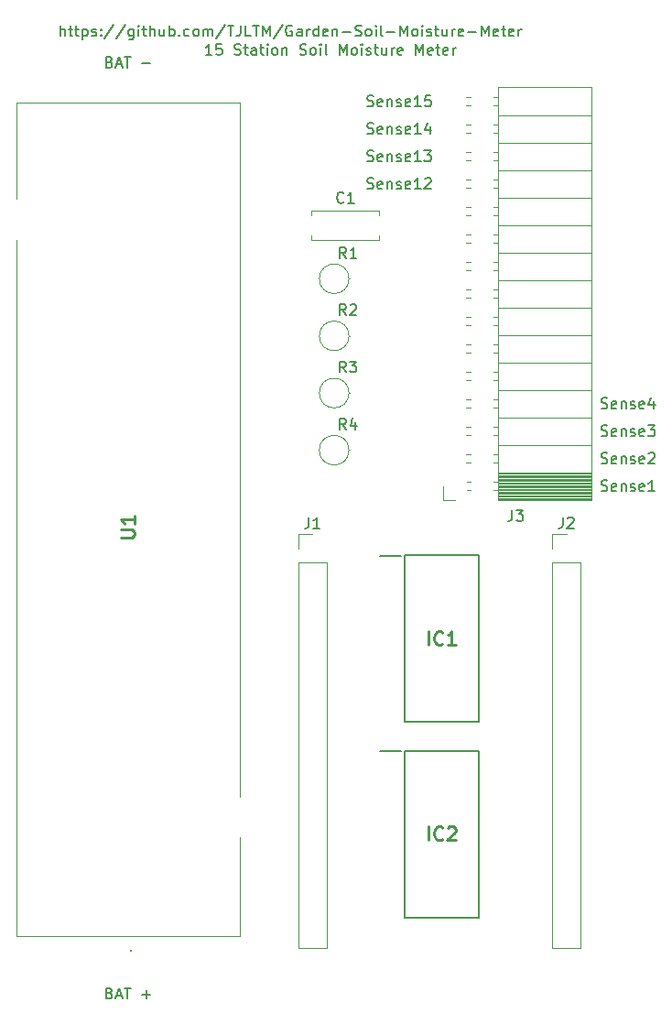
<source format=gbr>
%TF.GenerationSoftware,KiCad,Pcbnew,(6.0.0)*%
%TF.CreationDate,2022-04-22T12:33:35-07:00*%
%TF.ProjectId,Garden-Soil-MoistureSensor,47617264-656e-42d5-936f-696c2d4d6f69,rev?*%
%TF.SameCoordinates,Original*%
%TF.FileFunction,Legend,Top*%
%TF.FilePolarity,Positive*%
%FSLAX46Y46*%
G04 Gerber Fmt 4.6, Leading zero omitted, Abs format (unit mm)*
G04 Created by KiCad (PCBNEW (6.0.0)) date 2022-04-22 12:33:35*
%MOMM*%
%LPD*%
G01*
G04 APERTURE LIST*
%ADD10C,0.150000*%
%ADD11C,0.254000*%
%ADD12C,0.120000*%
%ADD13C,0.100000*%
%ADD14C,0.200000*%
G04 APERTURE END LIST*
D10*
X155797893Y-59270961D02*
X155940750Y-59318580D01*
X156178845Y-59318580D01*
X156274083Y-59270961D01*
X156321702Y-59223342D01*
X156369321Y-59128104D01*
X156369321Y-59032866D01*
X156321702Y-58937628D01*
X156274083Y-58890009D01*
X156178845Y-58842390D01*
X155988369Y-58794771D01*
X155893131Y-58747152D01*
X155845512Y-58699533D01*
X155797893Y-58604295D01*
X155797893Y-58509057D01*
X155845512Y-58413819D01*
X155893131Y-58366200D01*
X155988369Y-58318580D01*
X156226464Y-58318580D01*
X156369321Y-58366200D01*
X157178845Y-59270961D02*
X157083607Y-59318580D01*
X156893131Y-59318580D01*
X156797893Y-59270961D01*
X156750274Y-59175723D01*
X156750274Y-58794771D01*
X156797893Y-58699533D01*
X156893131Y-58651914D01*
X157083607Y-58651914D01*
X157178845Y-58699533D01*
X157226464Y-58794771D01*
X157226464Y-58890009D01*
X156750274Y-58985247D01*
X157655035Y-58651914D02*
X157655035Y-59318580D01*
X157655035Y-58747152D02*
X157702654Y-58699533D01*
X157797893Y-58651914D01*
X157940750Y-58651914D01*
X158035988Y-58699533D01*
X158083607Y-58794771D01*
X158083607Y-59318580D01*
X158512178Y-59270961D02*
X158607416Y-59318580D01*
X158797893Y-59318580D01*
X158893131Y-59270961D01*
X158940750Y-59175723D01*
X158940750Y-59128104D01*
X158893131Y-59032866D01*
X158797893Y-58985247D01*
X158655035Y-58985247D01*
X158559797Y-58937628D01*
X158512178Y-58842390D01*
X158512178Y-58794771D01*
X158559797Y-58699533D01*
X158655035Y-58651914D01*
X158797893Y-58651914D01*
X158893131Y-58699533D01*
X159750274Y-59270961D02*
X159655035Y-59318580D01*
X159464559Y-59318580D01*
X159369321Y-59270961D01*
X159321702Y-59175723D01*
X159321702Y-58794771D01*
X159369321Y-58699533D01*
X159464559Y-58651914D01*
X159655035Y-58651914D01*
X159750274Y-58699533D01*
X159797893Y-58794771D01*
X159797893Y-58890009D01*
X159321702Y-58985247D01*
X160750274Y-59318580D02*
X160178845Y-59318580D01*
X160464559Y-59318580D02*
X160464559Y-58318580D01*
X160369321Y-58461438D01*
X160274083Y-58556676D01*
X160178845Y-58604295D01*
X161083607Y-58318580D02*
X161702654Y-58318580D01*
X161369321Y-58699533D01*
X161512178Y-58699533D01*
X161607416Y-58747152D01*
X161655035Y-58794771D01*
X161702654Y-58890009D01*
X161702654Y-59128104D01*
X161655035Y-59223342D01*
X161607416Y-59270961D01*
X161512178Y-59318580D01*
X161226464Y-59318580D01*
X161131226Y-59270961D01*
X161083607Y-59223342D01*
X131958104Y-136214671D02*
X132100961Y-136262290D01*
X132148580Y-136309909D01*
X132196200Y-136405147D01*
X132196200Y-136548004D01*
X132148580Y-136643242D01*
X132100961Y-136690861D01*
X132005723Y-136738480D01*
X131624771Y-136738480D01*
X131624771Y-135738480D01*
X131958104Y-135738480D01*
X132053342Y-135786100D01*
X132100961Y-135833719D01*
X132148580Y-135928957D01*
X132148580Y-136024195D01*
X132100961Y-136119433D01*
X132053342Y-136167052D01*
X131958104Y-136214671D01*
X131624771Y-136214671D01*
X132577152Y-136452766D02*
X133053342Y-136452766D01*
X132481914Y-136738480D02*
X132815247Y-135738480D01*
X133148580Y-136738480D01*
X133339057Y-135738480D02*
X133910485Y-135738480D01*
X133624771Y-136738480D02*
X133624771Y-135738480D01*
X135005723Y-136357528D02*
X135767628Y-136357528D01*
X135386676Y-136738480D02*
X135386676Y-135976576D01*
X155797893Y-54190961D02*
X155940750Y-54238580D01*
X156178845Y-54238580D01*
X156274083Y-54190961D01*
X156321702Y-54143342D01*
X156369321Y-54048104D01*
X156369321Y-53952866D01*
X156321702Y-53857628D01*
X156274083Y-53810009D01*
X156178845Y-53762390D01*
X155988369Y-53714771D01*
X155893131Y-53667152D01*
X155845512Y-53619533D01*
X155797893Y-53524295D01*
X155797893Y-53429057D01*
X155845512Y-53333819D01*
X155893131Y-53286200D01*
X155988369Y-53238580D01*
X156226464Y-53238580D01*
X156369321Y-53286200D01*
X157178845Y-54190961D02*
X157083607Y-54238580D01*
X156893131Y-54238580D01*
X156797893Y-54190961D01*
X156750274Y-54095723D01*
X156750274Y-53714771D01*
X156797893Y-53619533D01*
X156893131Y-53571914D01*
X157083607Y-53571914D01*
X157178845Y-53619533D01*
X157226464Y-53714771D01*
X157226464Y-53810009D01*
X156750274Y-53905247D01*
X157655035Y-53571914D02*
X157655035Y-54238580D01*
X157655035Y-53667152D02*
X157702654Y-53619533D01*
X157797893Y-53571914D01*
X157940750Y-53571914D01*
X158035988Y-53619533D01*
X158083607Y-53714771D01*
X158083607Y-54238580D01*
X158512178Y-54190961D02*
X158607416Y-54238580D01*
X158797893Y-54238580D01*
X158893131Y-54190961D01*
X158940750Y-54095723D01*
X158940750Y-54048104D01*
X158893131Y-53952866D01*
X158797893Y-53905247D01*
X158655035Y-53905247D01*
X158559797Y-53857628D01*
X158512178Y-53762390D01*
X158512178Y-53714771D01*
X158559797Y-53619533D01*
X158655035Y-53571914D01*
X158797893Y-53571914D01*
X158893131Y-53619533D01*
X159750274Y-54190961D02*
X159655035Y-54238580D01*
X159464559Y-54238580D01*
X159369321Y-54190961D01*
X159321702Y-54095723D01*
X159321702Y-53714771D01*
X159369321Y-53619533D01*
X159464559Y-53571914D01*
X159655035Y-53571914D01*
X159750274Y-53619533D01*
X159797893Y-53714771D01*
X159797893Y-53810009D01*
X159321702Y-53905247D01*
X160750274Y-54238580D02*
X160178845Y-54238580D01*
X160464559Y-54238580D02*
X160464559Y-53238580D01*
X160369321Y-53381438D01*
X160274083Y-53476676D01*
X160178845Y-53524295D01*
X161655035Y-53238580D02*
X161178845Y-53238580D01*
X161131226Y-53714771D01*
X161178845Y-53667152D01*
X161274083Y-53619533D01*
X161512178Y-53619533D01*
X161607416Y-53667152D01*
X161655035Y-53714771D01*
X161702654Y-53810009D01*
X161702654Y-54048104D01*
X161655035Y-54143342D01*
X161607416Y-54190961D01*
X161512178Y-54238580D01*
X161274083Y-54238580D01*
X161178845Y-54190961D01*
X161131226Y-54143342D01*
X131958104Y-50128493D02*
X132100961Y-50176112D01*
X132148580Y-50223731D01*
X132196200Y-50318969D01*
X132196200Y-50461826D01*
X132148580Y-50557064D01*
X132100961Y-50604683D01*
X132005723Y-50652302D01*
X131624771Y-50652302D01*
X131624771Y-49652302D01*
X131958104Y-49652302D01*
X132053342Y-49699922D01*
X132100961Y-49747541D01*
X132148580Y-49842779D01*
X132148580Y-49938017D01*
X132100961Y-50033255D01*
X132053342Y-50080874D01*
X131958104Y-50128493D01*
X131624771Y-50128493D01*
X132577152Y-50366588D02*
X133053342Y-50366588D01*
X132481914Y-50652302D02*
X132815247Y-49652302D01*
X133148580Y-50652302D01*
X133339057Y-49652302D02*
X133910485Y-49652302D01*
X133624771Y-50652302D02*
X133624771Y-49652302D01*
X135005723Y-50271350D02*
X135767628Y-50271350D01*
X127414924Y-47746020D02*
X127414924Y-46746020D01*
X127843495Y-47746020D02*
X127843495Y-47222211D01*
X127795876Y-47126973D01*
X127700638Y-47079354D01*
X127557781Y-47079354D01*
X127462543Y-47126973D01*
X127414924Y-47174592D01*
X128176829Y-47079354D02*
X128557781Y-47079354D01*
X128319686Y-46746020D02*
X128319686Y-47603163D01*
X128367305Y-47698401D01*
X128462543Y-47746020D01*
X128557781Y-47746020D01*
X128748257Y-47079354D02*
X129129209Y-47079354D01*
X128891114Y-46746020D02*
X128891114Y-47603163D01*
X128938733Y-47698401D01*
X129033971Y-47746020D01*
X129129209Y-47746020D01*
X129462543Y-47079354D02*
X129462543Y-48079354D01*
X129462543Y-47126973D02*
X129557781Y-47079354D01*
X129748257Y-47079354D01*
X129843495Y-47126973D01*
X129891114Y-47174592D01*
X129938733Y-47269830D01*
X129938733Y-47555544D01*
X129891114Y-47650782D01*
X129843495Y-47698401D01*
X129748257Y-47746020D01*
X129557781Y-47746020D01*
X129462543Y-47698401D01*
X130319686Y-47698401D02*
X130414924Y-47746020D01*
X130605400Y-47746020D01*
X130700638Y-47698401D01*
X130748257Y-47603163D01*
X130748257Y-47555544D01*
X130700638Y-47460306D01*
X130605400Y-47412687D01*
X130462543Y-47412687D01*
X130367305Y-47365068D01*
X130319686Y-47269830D01*
X130319686Y-47222211D01*
X130367305Y-47126973D01*
X130462543Y-47079354D01*
X130605400Y-47079354D01*
X130700638Y-47126973D01*
X131176829Y-47650782D02*
X131224448Y-47698401D01*
X131176829Y-47746020D01*
X131129209Y-47698401D01*
X131176829Y-47650782D01*
X131176829Y-47746020D01*
X131176829Y-47126973D02*
X131224448Y-47174592D01*
X131176829Y-47222211D01*
X131129209Y-47174592D01*
X131176829Y-47126973D01*
X131176829Y-47222211D01*
X132367305Y-46698401D02*
X131510162Y-47984116D01*
X133414924Y-46698401D02*
X132557781Y-47984116D01*
X134176829Y-47079354D02*
X134176829Y-47888878D01*
X134129209Y-47984116D01*
X134081590Y-48031735D01*
X133986352Y-48079354D01*
X133843495Y-48079354D01*
X133748257Y-48031735D01*
X134176829Y-47698401D02*
X134081590Y-47746020D01*
X133891114Y-47746020D01*
X133795876Y-47698401D01*
X133748257Y-47650782D01*
X133700638Y-47555544D01*
X133700638Y-47269830D01*
X133748257Y-47174592D01*
X133795876Y-47126973D01*
X133891114Y-47079354D01*
X134081590Y-47079354D01*
X134176829Y-47126973D01*
X134653019Y-47746020D02*
X134653019Y-47079354D01*
X134653019Y-46746020D02*
X134605400Y-46793640D01*
X134653019Y-46841259D01*
X134700638Y-46793640D01*
X134653019Y-46746020D01*
X134653019Y-46841259D01*
X134986352Y-47079354D02*
X135367305Y-47079354D01*
X135129209Y-46746020D02*
X135129209Y-47603163D01*
X135176829Y-47698401D01*
X135272067Y-47746020D01*
X135367305Y-47746020D01*
X135700638Y-47746020D02*
X135700638Y-46746020D01*
X136129209Y-47746020D02*
X136129209Y-47222211D01*
X136081590Y-47126973D01*
X135986352Y-47079354D01*
X135843495Y-47079354D01*
X135748257Y-47126973D01*
X135700638Y-47174592D01*
X137033971Y-47079354D02*
X137033971Y-47746020D01*
X136605400Y-47079354D02*
X136605400Y-47603163D01*
X136653019Y-47698401D01*
X136748257Y-47746020D01*
X136891114Y-47746020D01*
X136986352Y-47698401D01*
X137033971Y-47650782D01*
X137510162Y-47746020D02*
X137510162Y-46746020D01*
X137510162Y-47126973D02*
X137605400Y-47079354D01*
X137795876Y-47079354D01*
X137891114Y-47126973D01*
X137938733Y-47174592D01*
X137986352Y-47269830D01*
X137986352Y-47555544D01*
X137938733Y-47650782D01*
X137891114Y-47698401D01*
X137795876Y-47746020D01*
X137605400Y-47746020D01*
X137510162Y-47698401D01*
X138414924Y-47650782D02*
X138462543Y-47698401D01*
X138414924Y-47746020D01*
X138367305Y-47698401D01*
X138414924Y-47650782D01*
X138414924Y-47746020D01*
X139319686Y-47698401D02*
X139224448Y-47746020D01*
X139033971Y-47746020D01*
X138938733Y-47698401D01*
X138891114Y-47650782D01*
X138843495Y-47555544D01*
X138843495Y-47269830D01*
X138891114Y-47174592D01*
X138938733Y-47126973D01*
X139033971Y-47079354D01*
X139224448Y-47079354D01*
X139319686Y-47126973D01*
X139891114Y-47746020D02*
X139795876Y-47698401D01*
X139748257Y-47650782D01*
X139700638Y-47555544D01*
X139700638Y-47269830D01*
X139748257Y-47174592D01*
X139795876Y-47126973D01*
X139891114Y-47079354D01*
X140033971Y-47079354D01*
X140129209Y-47126973D01*
X140176829Y-47174592D01*
X140224448Y-47269830D01*
X140224448Y-47555544D01*
X140176829Y-47650782D01*
X140129209Y-47698401D01*
X140033971Y-47746020D01*
X139891114Y-47746020D01*
X140653019Y-47746020D02*
X140653019Y-47079354D01*
X140653019Y-47174592D02*
X140700638Y-47126973D01*
X140795876Y-47079354D01*
X140938733Y-47079354D01*
X141033971Y-47126973D01*
X141081590Y-47222211D01*
X141081590Y-47746020D01*
X141081590Y-47222211D02*
X141129209Y-47126973D01*
X141224448Y-47079354D01*
X141367305Y-47079354D01*
X141462543Y-47126973D01*
X141510162Y-47222211D01*
X141510162Y-47746020D01*
X142700638Y-46698401D02*
X141843495Y-47984116D01*
X142891114Y-46746020D02*
X143462543Y-46746020D01*
X143176829Y-47746020D02*
X143176829Y-46746020D01*
X144081590Y-46746020D02*
X144081590Y-47460306D01*
X144033971Y-47603163D01*
X143938733Y-47698401D01*
X143795876Y-47746020D01*
X143700638Y-47746020D01*
X145033971Y-47746020D02*
X144557781Y-47746020D01*
X144557781Y-46746020D01*
X145224448Y-46746020D02*
X145795876Y-46746020D01*
X145510162Y-47746020D02*
X145510162Y-46746020D01*
X146129209Y-47746020D02*
X146129209Y-46746020D01*
X146462543Y-47460306D01*
X146795876Y-46746020D01*
X146795876Y-47746020D01*
X147986352Y-46698401D02*
X147129209Y-47984116D01*
X148843495Y-46793640D02*
X148748257Y-46746020D01*
X148605400Y-46746020D01*
X148462543Y-46793640D01*
X148367305Y-46888878D01*
X148319686Y-46984116D01*
X148272067Y-47174592D01*
X148272067Y-47317449D01*
X148319686Y-47507925D01*
X148367305Y-47603163D01*
X148462543Y-47698401D01*
X148605400Y-47746020D01*
X148700638Y-47746020D01*
X148843495Y-47698401D01*
X148891114Y-47650782D01*
X148891114Y-47317449D01*
X148700638Y-47317449D01*
X149748257Y-47746020D02*
X149748257Y-47222211D01*
X149700638Y-47126973D01*
X149605400Y-47079354D01*
X149414924Y-47079354D01*
X149319686Y-47126973D01*
X149748257Y-47698401D02*
X149653019Y-47746020D01*
X149414924Y-47746020D01*
X149319686Y-47698401D01*
X149272067Y-47603163D01*
X149272067Y-47507925D01*
X149319686Y-47412687D01*
X149414924Y-47365068D01*
X149653019Y-47365068D01*
X149748257Y-47317449D01*
X150224448Y-47746020D02*
X150224448Y-47079354D01*
X150224448Y-47269830D02*
X150272067Y-47174592D01*
X150319686Y-47126973D01*
X150414924Y-47079354D01*
X150510162Y-47079354D01*
X151272067Y-47746020D02*
X151272067Y-46746020D01*
X151272067Y-47698401D02*
X151176829Y-47746020D01*
X150986352Y-47746020D01*
X150891114Y-47698401D01*
X150843495Y-47650782D01*
X150795876Y-47555544D01*
X150795876Y-47269830D01*
X150843495Y-47174592D01*
X150891114Y-47126973D01*
X150986352Y-47079354D01*
X151176829Y-47079354D01*
X151272067Y-47126973D01*
X152129209Y-47698401D02*
X152033971Y-47746020D01*
X151843495Y-47746020D01*
X151748257Y-47698401D01*
X151700638Y-47603163D01*
X151700638Y-47222211D01*
X151748257Y-47126973D01*
X151843495Y-47079354D01*
X152033971Y-47079354D01*
X152129209Y-47126973D01*
X152176829Y-47222211D01*
X152176829Y-47317449D01*
X151700638Y-47412687D01*
X152605400Y-47079354D02*
X152605400Y-47746020D01*
X152605400Y-47174592D02*
X152653019Y-47126973D01*
X152748257Y-47079354D01*
X152891114Y-47079354D01*
X152986352Y-47126973D01*
X153033971Y-47222211D01*
X153033971Y-47746020D01*
X153510162Y-47365068D02*
X154272067Y-47365068D01*
X154700638Y-47698401D02*
X154843495Y-47746020D01*
X155081590Y-47746020D01*
X155176829Y-47698401D01*
X155224448Y-47650782D01*
X155272067Y-47555544D01*
X155272067Y-47460306D01*
X155224448Y-47365068D01*
X155176829Y-47317449D01*
X155081590Y-47269830D01*
X154891114Y-47222211D01*
X154795876Y-47174592D01*
X154748257Y-47126973D01*
X154700638Y-47031735D01*
X154700638Y-46936497D01*
X154748257Y-46841259D01*
X154795876Y-46793640D01*
X154891114Y-46746020D01*
X155129209Y-46746020D01*
X155272067Y-46793640D01*
X155843495Y-47746020D02*
X155748257Y-47698401D01*
X155700638Y-47650782D01*
X155653019Y-47555544D01*
X155653019Y-47269830D01*
X155700638Y-47174592D01*
X155748257Y-47126973D01*
X155843495Y-47079354D01*
X155986352Y-47079354D01*
X156081590Y-47126973D01*
X156129209Y-47174592D01*
X156176829Y-47269830D01*
X156176829Y-47555544D01*
X156129209Y-47650782D01*
X156081590Y-47698401D01*
X155986352Y-47746020D01*
X155843495Y-47746020D01*
X156605400Y-47746020D02*
X156605400Y-47079354D01*
X156605400Y-46746020D02*
X156557781Y-46793640D01*
X156605400Y-46841259D01*
X156653019Y-46793640D01*
X156605400Y-46746020D01*
X156605400Y-46841259D01*
X157224448Y-47746020D02*
X157129209Y-47698401D01*
X157081590Y-47603163D01*
X157081590Y-46746020D01*
X157605400Y-47365068D02*
X158367305Y-47365068D01*
X158843495Y-47746020D02*
X158843495Y-46746020D01*
X159176829Y-47460306D01*
X159510162Y-46746020D01*
X159510162Y-47746020D01*
X160129209Y-47746020D02*
X160033971Y-47698401D01*
X159986352Y-47650782D01*
X159938733Y-47555544D01*
X159938733Y-47269830D01*
X159986352Y-47174592D01*
X160033971Y-47126973D01*
X160129209Y-47079354D01*
X160272067Y-47079354D01*
X160367305Y-47126973D01*
X160414924Y-47174592D01*
X160462543Y-47269830D01*
X160462543Y-47555544D01*
X160414924Y-47650782D01*
X160367305Y-47698401D01*
X160272067Y-47746020D01*
X160129209Y-47746020D01*
X160891114Y-47746020D02*
X160891114Y-47079354D01*
X160891114Y-46746020D02*
X160843495Y-46793640D01*
X160891114Y-46841259D01*
X160938733Y-46793640D01*
X160891114Y-46746020D01*
X160891114Y-46841259D01*
X161319686Y-47698401D02*
X161414924Y-47746020D01*
X161605400Y-47746020D01*
X161700638Y-47698401D01*
X161748257Y-47603163D01*
X161748257Y-47555544D01*
X161700638Y-47460306D01*
X161605400Y-47412687D01*
X161462543Y-47412687D01*
X161367305Y-47365068D01*
X161319686Y-47269830D01*
X161319686Y-47222211D01*
X161367305Y-47126973D01*
X161462543Y-47079354D01*
X161605400Y-47079354D01*
X161700638Y-47126973D01*
X162033971Y-47079354D02*
X162414924Y-47079354D01*
X162176829Y-46746020D02*
X162176829Y-47603163D01*
X162224448Y-47698401D01*
X162319686Y-47746020D01*
X162414924Y-47746020D01*
X163176829Y-47079354D02*
X163176829Y-47746020D01*
X162748257Y-47079354D02*
X162748257Y-47603163D01*
X162795876Y-47698401D01*
X162891114Y-47746020D01*
X163033971Y-47746020D01*
X163129209Y-47698401D01*
X163176829Y-47650782D01*
X163653019Y-47746020D02*
X163653019Y-47079354D01*
X163653019Y-47269830D02*
X163700638Y-47174592D01*
X163748257Y-47126973D01*
X163843495Y-47079354D01*
X163938733Y-47079354D01*
X164653019Y-47698401D02*
X164557781Y-47746020D01*
X164367305Y-47746020D01*
X164272067Y-47698401D01*
X164224448Y-47603163D01*
X164224448Y-47222211D01*
X164272067Y-47126973D01*
X164367305Y-47079354D01*
X164557781Y-47079354D01*
X164653019Y-47126973D01*
X164700638Y-47222211D01*
X164700638Y-47317449D01*
X164224448Y-47412687D01*
X165129209Y-47365068D02*
X165891114Y-47365068D01*
X166367305Y-47746020D02*
X166367305Y-46746020D01*
X166700638Y-47460306D01*
X167033971Y-46746020D01*
X167033971Y-47746020D01*
X167891114Y-47698401D02*
X167795876Y-47746020D01*
X167605400Y-47746020D01*
X167510162Y-47698401D01*
X167462543Y-47603163D01*
X167462543Y-47222211D01*
X167510162Y-47126973D01*
X167605400Y-47079354D01*
X167795876Y-47079354D01*
X167891114Y-47126973D01*
X167938733Y-47222211D01*
X167938733Y-47317449D01*
X167462543Y-47412687D01*
X168224448Y-47079354D02*
X168605400Y-47079354D01*
X168367305Y-46746020D02*
X168367305Y-47603163D01*
X168414924Y-47698401D01*
X168510162Y-47746020D01*
X168605400Y-47746020D01*
X169319686Y-47698401D02*
X169224448Y-47746020D01*
X169033971Y-47746020D01*
X168938733Y-47698401D01*
X168891114Y-47603163D01*
X168891114Y-47222211D01*
X168938733Y-47126973D01*
X169033971Y-47079354D01*
X169224448Y-47079354D01*
X169319686Y-47126973D01*
X169367305Y-47222211D01*
X169367305Y-47317449D01*
X168891114Y-47412687D01*
X169795876Y-47746020D02*
X169795876Y-47079354D01*
X169795876Y-47269830D02*
X169843495Y-47174592D01*
X169891114Y-47126973D01*
X169986352Y-47079354D01*
X170081590Y-47079354D01*
X177432376Y-82130961D02*
X177575233Y-82178580D01*
X177813328Y-82178580D01*
X177908567Y-82130961D01*
X177956186Y-82083342D01*
X178003805Y-81988104D01*
X178003805Y-81892866D01*
X177956186Y-81797628D01*
X177908567Y-81750009D01*
X177813328Y-81702390D01*
X177622852Y-81654771D01*
X177527614Y-81607152D01*
X177479995Y-81559533D01*
X177432376Y-81464295D01*
X177432376Y-81369057D01*
X177479995Y-81273819D01*
X177527614Y-81226200D01*
X177622852Y-81178580D01*
X177860947Y-81178580D01*
X178003805Y-81226200D01*
X178813328Y-82130961D02*
X178718090Y-82178580D01*
X178527614Y-82178580D01*
X178432376Y-82130961D01*
X178384757Y-82035723D01*
X178384757Y-81654771D01*
X178432376Y-81559533D01*
X178527614Y-81511914D01*
X178718090Y-81511914D01*
X178813328Y-81559533D01*
X178860947Y-81654771D01*
X178860947Y-81750009D01*
X178384757Y-81845247D01*
X179289519Y-81511914D02*
X179289519Y-82178580D01*
X179289519Y-81607152D02*
X179337138Y-81559533D01*
X179432376Y-81511914D01*
X179575233Y-81511914D01*
X179670471Y-81559533D01*
X179718090Y-81654771D01*
X179718090Y-82178580D01*
X180146662Y-82130961D02*
X180241900Y-82178580D01*
X180432376Y-82178580D01*
X180527614Y-82130961D01*
X180575233Y-82035723D01*
X180575233Y-81988104D01*
X180527614Y-81892866D01*
X180432376Y-81845247D01*
X180289519Y-81845247D01*
X180194281Y-81797628D01*
X180146662Y-81702390D01*
X180146662Y-81654771D01*
X180194281Y-81559533D01*
X180289519Y-81511914D01*
X180432376Y-81511914D01*
X180527614Y-81559533D01*
X181384757Y-82130961D02*
X181289519Y-82178580D01*
X181099043Y-82178580D01*
X181003805Y-82130961D01*
X180956186Y-82035723D01*
X180956186Y-81654771D01*
X181003805Y-81559533D01*
X181099043Y-81511914D01*
X181289519Y-81511914D01*
X181384757Y-81559533D01*
X181432376Y-81654771D01*
X181432376Y-81750009D01*
X180956186Y-81845247D01*
X182289519Y-81511914D02*
X182289519Y-82178580D01*
X182051424Y-81130961D02*
X181813328Y-81845247D01*
X182432376Y-81845247D01*
X141427341Y-49488558D02*
X140855912Y-49488558D01*
X141141626Y-49488558D02*
X141141626Y-48488558D01*
X141046388Y-48631416D01*
X140951150Y-48726654D01*
X140855912Y-48774273D01*
X142332102Y-48488558D02*
X141855912Y-48488558D01*
X141808293Y-48964749D01*
X141855912Y-48917130D01*
X141951150Y-48869511D01*
X142189245Y-48869511D01*
X142284483Y-48917130D01*
X142332102Y-48964749D01*
X142379721Y-49059987D01*
X142379721Y-49298082D01*
X142332102Y-49393320D01*
X142284483Y-49440939D01*
X142189245Y-49488558D01*
X141951150Y-49488558D01*
X141855912Y-49440939D01*
X141808293Y-49393320D01*
X143522579Y-49440939D02*
X143665436Y-49488558D01*
X143903531Y-49488558D01*
X143998769Y-49440939D01*
X144046388Y-49393320D01*
X144094007Y-49298082D01*
X144094007Y-49202844D01*
X144046388Y-49107606D01*
X143998769Y-49059987D01*
X143903531Y-49012368D01*
X143713055Y-48964749D01*
X143617817Y-48917130D01*
X143570198Y-48869511D01*
X143522579Y-48774273D01*
X143522579Y-48679035D01*
X143570198Y-48583797D01*
X143617817Y-48536178D01*
X143713055Y-48488558D01*
X143951150Y-48488558D01*
X144094007Y-48536178D01*
X144379721Y-48821892D02*
X144760674Y-48821892D01*
X144522579Y-48488558D02*
X144522579Y-49345701D01*
X144570198Y-49440939D01*
X144665436Y-49488558D01*
X144760674Y-49488558D01*
X145522579Y-49488558D02*
X145522579Y-48964749D01*
X145474960Y-48869511D01*
X145379721Y-48821892D01*
X145189245Y-48821892D01*
X145094007Y-48869511D01*
X145522579Y-49440939D02*
X145427341Y-49488558D01*
X145189245Y-49488558D01*
X145094007Y-49440939D01*
X145046388Y-49345701D01*
X145046388Y-49250463D01*
X145094007Y-49155225D01*
X145189245Y-49107606D01*
X145427341Y-49107606D01*
X145522579Y-49059987D01*
X145855912Y-48821892D02*
X146236864Y-48821892D01*
X145998769Y-48488558D02*
X145998769Y-49345701D01*
X146046388Y-49440939D01*
X146141626Y-49488558D01*
X146236864Y-49488558D01*
X146570198Y-49488558D02*
X146570198Y-48821892D01*
X146570198Y-48488558D02*
X146522579Y-48536178D01*
X146570198Y-48583797D01*
X146617817Y-48536178D01*
X146570198Y-48488558D01*
X146570198Y-48583797D01*
X147189245Y-49488558D02*
X147094007Y-49440939D01*
X147046388Y-49393320D01*
X146998769Y-49298082D01*
X146998769Y-49012368D01*
X147046388Y-48917130D01*
X147094007Y-48869511D01*
X147189245Y-48821892D01*
X147332102Y-48821892D01*
X147427341Y-48869511D01*
X147474960Y-48917130D01*
X147522579Y-49012368D01*
X147522579Y-49298082D01*
X147474960Y-49393320D01*
X147427341Y-49440939D01*
X147332102Y-49488558D01*
X147189245Y-49488558D01*
X147951150Y-48821892D02*
X147951150Y-49488558D01*
X147951150Y-48917130D02*
X147998769Y-48869511D01*
X148094007Y-48821892D01*
X148236864Y-48821892D01*
X148332102Y-48869511D01*
X148379721Y-48964749D01*
X148379721Y-49488558D01*
X149570198Y-49440939D02*
X149713055Y-49488558D01*
X149951150Y-49488558D01*
X150046388Y-49440939D01*
X150094007Y-49393320D01*
X150141626Y-49298082D01*
X150141626Y-49202844D01*
X150094007Y-49107606D01*
X150046388Y-49059987D01*
X149951150Y-49012368D01*
X149760674Y-48964749D01*
X149665436Y-48917130D01*
X149617817Y-48869511D01*
X149570198Y-48774273D01*
X149570198Y-48679035D01*
X149617817Y-48583797D01*
X149665436Y-48536178D01*
X149760674Y-48488558D01*
X149998769Y-48488558D01*
X150141626Y-48536178D01*
X150713055Y-49488558D02*
X150617817Y-49440939D01*
X150570198Y-49393320D01*
X150522579Y-49298082D01*
X150522579Y-49012368D01*
X150570198Y-48917130D01*
X150617817Y-48869511D01*
X150713055Y-48821892D01*
X150855912Y-48821892D01*
X150951150Y-48869511D01*
X150998769Y-48917130D01*
X151046388Y-49012368D01*
X151046388Y-49298082D01*
X150998769Y-49393320D01*
X150951150Y-49440939D01*
X150855912Y-49488558D01*
X150713055Y-49488558D01*
X151474960Y-49488558D02*
X151474960Y-48821892D01*
X151474960Y-48488558D02*
X151427341Y-48536178D01*
X151474960Y-48583797D01*
X151522579Y-48536178D01*
X151474960Y-48488558D01*
X151474960Y-48583797D01*
X152094007Y-49488558D02*
X151998769Y-49440939D01*
X151951150Y-49345701D01*
X151951150Y-48488558D01*
X153236864Y-49488558D02*
X153236864Y-48488558D01*
X153570198Y-49202844D01*
X153903531Y-48488558D01*
X153903531Y-49488558D01*
X154522579Y-49488558D02*
X154427341Y-49440939D01*
X154379721Y-49393320D01*
X154332102Y-49298082D01*
X154332102Y-49012368D01*
X154379721Y-48917130D01*
X154427341Y-48869511D01*
X154522579Y-48821892D01*
X154665436Y-48821892D01*
X154760674Y-48869511D01*
X154808293Y-48917130D01*
X154855912Y-49012368D01*
X154855912Y-49298082D01*
X154808293Y-49393320D01*
X154760674Y-49440939D01*
X154665436Y-49488558D01*
X154522579Y-49488558D01*
X155284483Y-49488558D02*
X155284483Y-48821892D01*
X155284483Y-48488558D02*
X155236864Y-48536178D01*
X155284483Y-48583797D01*
X155332102Y-48536178D01*
X155284483Y-48488558D01*
X155284483Y-48583797D01*
X155713055Y-49440939D02*
X155808293Y-49488558D01*
X155998769Y-49488558D01*
X156094007Y-49440939D01*
X156141626Y-49345701D01*
X156141626Y-49298082D01*
X156094007Y-49202844D01*
X155998769Y-49155225D01*
X155855912Y-49155225D01*
X155760674Y-49107606D01*
X155713055Y-49012368D01*
X155713055Y-48964749D01*
X155760674Y-48869511D01*
X155855912Y-48821892D01*
X155998769Y-48821892D01*
X156094007Y-48869511D01*
X156427341Y-48821892D02*
X156808293Y-48821892D01*
X156570198Y-48488558D02*
X156570198Y-49345701D01*
X156617817Y-49440939D01*
X156713055Y-49488558D01*
X156808293Y-49488558D01*
X157570198Y-48821892D02*
X157570198Y-49488558D01*
X157141626Y-48821892D02*
X157141626Y-49345701D01*
X157189245Y-49440939D01*
X157284483Y-49488558D01*
X157427341Y-49488558D01*
X157522579Y-49440939D01*
X157570198Y-49393320D01*
X158046388Y-49488558D02*
X158046388Y-48821892D01*
X158046388Y-49012368D02*
X158094007Y-48917130D01*
X158141626Y-48869511D01*
X158236864Y-48821892D01*
X158332102Y-48821892D01*
X159046388Y-49440939D02*
X158951150Y-49488558D01*
X158760674Y-49488558D01*
X158665436Y-49440939D01*
X158617817Y-49345701D01*
X158617817Y-48964749D01*
X158665436Y-48869511D01*
X158760674Y-48821892D01*
X158951150Y-48821892D01*
X159046388Y-48869511D01*
X159094007Y-48964749D01*
X159094007Y-49059987D01*
X158617817Y-49155225D01*
X160284483Y-49488558D02*
X160284483Y-48488558D01*
X160617817Y-49202844D01*
X160951150Y-48488558D01*
X160951150Y-49488558D01*
X161808293Y-49440939D02*
X161713055Y-49488558D01*
X161522579Y-49488558D01*
X161427341Y-49440939D01*
X161379721Y-49345701D01*
X161379721Y-48964749D01*
X161427341Y-48869511D01*
X161522579Y-48821892D01*
X161713055Y-48821892D01*
X161808293Y-48869511D01*
X161855912Y-48964749D01*
X161855912Y-49059987D01*
X161379721Y-49155225D01*
X162141626Y-48821892D02*
X162522579Y-48821892D01*
X162284483Y-48488558D02*
X162284483Y-49345701D01*
X162332102Y-49440939D01*
X162427341Y-49488558D01*
X162522579Y-49488558D01*
X163236864Y-49440939D02*
X163141626Y-49488558D01*
X162951150Y-49488558D01*
X162855912Y-49440939D01*
X162808293Y-49345701D01*
X162808293Y-48964749D01*
X162855912Y-48869511D01*
X162951150Y-48821892D01*
X163141626Y-48821892D01*
X163236864Y-48869511D01*
X163284483Y-48964749D01*
X163284483Y-49059987D01*
X162808293Y-49155225D01*
X163713055Y-49488558D02*
X163713055Y-48821892D01*
X163713055Y-49012368D02*
X163760674Y-48917130D01*
X163808293Y-48869511D01*
X163903531Y-48821892D01*
X163998769Y-48821892D01*
X155797893Y-56730961D02*
X155940750Y-56778580D01*
X156178845Y-56778580D01*
X156274083Y-56730961D01*
X156321702Y-56683342D01*
X156369321Y-56588104D01*
X156369321Y-56492866D01*
X156321702Y-56397628D01*
X156274083Y-56350009D01*
X156178845Y-56302390D01*
X155988369Y-56254771D01*
X155893131Y-56207152D01*
X155845512Y-56159533D01*
X155797893Y-56064295D01*
X155797893Y-55969057D01*
X155845512Y-55873819D01*
X155893131Y-55826200D01*
X155988369Y-55778580D01*
X156226464Y-55778580D01*
X156369321Y-55826200D01*
X157178845Y-56730961D02*
X157083607Y-56778580D01*
X156893131Y-56778580D01*
X156797893Y-56730961D01*
X156750274Y-56635723D01*
X156750274Y-56254771D01*
X156797893Y-56159533D01*
X156893131Y-56111914D01*
X157083607Y-56111914D01*
X157178845Y-56159533D01*
X157226464Y-56254771D01*
X157226464Y-56350009D01*
X156750274Y-56445247D01*
X157655035Y-56111914D02*
X157655035Y-56778580D01*
X157655035Y-56207152D02*
X157702654Y-56159533D01*
X157797893Y-56111914D01*
X157940750Y-56111914D01*
X158035988Y-56159533D01*
X158083607Y-56254771D01*
X158083607Y-56778580D01*
X158512178Y-56730961D02*
X158607416Y-56778580D01*
X158797893Y-56778580D01*
X158893131Y-56730961D01*
X158940750Y-56635723D01*
X158940750Y-56588104D01*
X158893131Y-56492866D01*
X158797893Y-56445247D01*
X158655035Y-56445247D01*
X158559797Y-56397628D01*
X158512178Y-56302390D01*
X158512178Y-56254771D01*
X158559797Y-56159533D01*
X158655035Y-56111914D01*
X158797893Y-56111914D01*
X158893131Y-56159533D01*
X159750274Y-56730961D02*
X159655035Y-56778580D01*
X159464559Y-56778580D01*
X159369321Y-56730961D01*
X159321702Y-56635723D01*
X159321702Y-56254771D01*
X159369321Y-56159533D01*
X159464559Y-56111914D01*
X159655035Y-56111914D01*
X159750274Y-56159533D01*
X159797893Y-56254771D01*
X159797893Y-56350009D01*
X159321702Y-56445247D01*
X160750274Y-56778580D02*
X160178845Y-56778580D01*
X160464559Y-56778580D02*
X160464559Y-55778580D01*
X160369321Y-55921438D01*
X160274083Y-56016676D01*
X160178845Y-56064295D01*
X161607416Y-56111914D02*
X161607416Y-56778580D01*
X161369321Y-55730961D02*
X161131226Y-56445247D01*
X161750274Y-56445247D01*
X155797893Y-61810961D02*
X155940750Y-61858580D01*
X156178845Y-61858580D01*
X156274083Y-61810961D01*
X156321702Y-61763342D01*
X156369321Y-61668104D01*
X156369321Y-61572866D01*
X156321702Y-61477628D01*
X156274083Y-61430009D01*
X156178845Y-61382390D01*
X155988369Y-61334771D01*
X155893131Y-61287152D01*
X155845512Y-61239533D01*
X155797893Y-61144295D01*
X155797893Y-61049057D01*
X155845512Y-60953819D01*
X155893131Y-60906200D01*
X155988369Y-60858580D01*
X156226464Y-60858580D01*
X156369321Y-60906200D01*
X157178845Y-61810961D02*
X157083607Y-61858580D01*
X156893131Y-61858580D01*
X156797893Y-61810961D01*
X156750274Y-61715723D01*
X156750274Y-61334771D01*
X156797893Y-61239533D01*
X156893131Y-61191914D01*
X157083607Y-61191914D01*
X157178845Y-61239533D01*
X157226464Y-61334771D01*
X157226464Y-61430009D01*
X156750274Y-61525247D01*
X157655035Y-61191914D02*
X157655035Y-61858580D01*
X157655035Y-61287152D02*
X157702654Y-61239533D01*
X157797893Y-61191914D01*
X157940750Y-61191914D01*
X158035988Y-61239533D01*
X158083607Y-61334771D01*
X158083607Y-61858580D01*
X158512178Y-61810961D02*
X158607416Y-61858580D01*
X158797893Y-61858580D01*
X158893131Y-61810961D01*
X158940750Y-61715723D01*
X158940750Y-61668104D01*
X158893131Y-61572866D01*
X158797893Y-61525247D01*
X158655035Y-61525247D01*
X158559797Y-61477628D01*
X158512178Y-61382390D01*
X158512178Y-61334771D01*
X158559797Y-61239533D01*
X158655035Y-61191914D01*
X158797893Y-61191914D01*
X158893131Y-61239533D01*
X159750274Y-61810961D02*
X159655035Y-61858580D01*
X159464559Y-61858580D01*
X159369321Y-61810961D01*
X159321702Y-61715723D01*
X159321702Y-61334771D01*
X159369321Y-61239533D01*
X159464559Y-61191914D01*
X159655035Y-61191914D01*
X159750274Y-61239533D01*
X159797893Y-61334771D01*
X159797893Y-61430009D01*
X159321702Y-61525247D01*
X160750274Y-61858580D02*
X160178845Y-61858580D01*
X160464559Y-61858580D02*
X160464559Y-60858580D01*
X160369321Y-61001438D01*
X160274083Y-61096676D01*
X160178845Y-61144295D01*
X161131226Y-60953819D02*
X161178845Y-60906200D01*
X161274083Y-60858580D01*
X161512178Y-60858580D01*
X161607416Y-60906200D01*
X161655035Y-60953819D01*
X161702654Y-61049057D01*
X161702654Y-61144295D01*
X161655035Y-61287152D01*
X161083607Y-61858580D01*
X161702654Y-61858580D01*
X177432376Y-87210961D02*
X177575233Y-87258580D01*
X177813328Y-87258580D01*
X177908567Y-87210961D01*
X177956186Y-87163342D01*
X178003805Y-87068104D01*
X178003805Y-86972866D01*
X177956186Y-86877628D01*
X177908567Y-86830009D01*
X177813328Y-86782390D01*
X177622852Y-86734771D01*
X177527614Y-86687152D01*
X177479995Y-86639533D01*
X177432376Y-86544295D01*
X177432376Y-86449057D01*
X177479995Y-86353819D01*
X177527614Y-86306200D01*
X177622852Y-86258580D01*
X177860947Y-86258580D01*
X178003805Y-86306200D01*
X178813328Y-87210961D02*
X178718090Y-87258580D01*
X178527614Y-87258580D01*
X178432376Y-87210961D01*
X178384757Y-87115723D01*
X178384757Y-86734771D01*
X178432376Y-86639533D01*
X178527614Y-86591914D01*
X178718090Y-86591914D01*
X178813328Y-86639533D01*
X178860947Y-86734771D01*
X178860947Y-86830009D01*
X178384757Y-86925247D01*
X179289519Y-86591914D02*
X179289519Y-87258580D01*
X179289519Y-86687152D02*
X179337138Y-86639533D01*
X179432376Y-86591914D01*
X179575233Y-86591914D01*
X179670471Y-86639533D01*
X179718090Y-86734771D01*
X179718090Y-87258580D01*
X180146662Y-87210961D02*
X180241900Y-87258580D01*
X180432376Y-87258580D01*
X180527614Y-87210961D01*
X180575233Y-87115723D01*
X180575233Y-87068104D01*
X180527614Y-86972866D01*
X180432376Y-86925247D01*
X180289519Y-86925247D01*
X180194281Y-86877628D01*
X180146662Y-86782390D01*
X180146662Y-86734771D01*
X180194281Y-86639533D01*
X180289519Y-86591914D01*
X180432376Y-86591914D01*
X180527614Y-86639533D01*
X181384757Y-87210961D02*
X181289519Y-87258580D01*
X181099043Y-87258580D01*
X181003805Y-87210961D01*
X180956186Y-87115723D01*
X180956186Y-86734771D01*
X181003805Y-86639533D01*
X181099043Y-86591914D01*
X181289519Y-86591914D01*
X181384757Y-86639533D01*
X181432376Y-86734771D01*
X181432376Y-86830009D01*
X180956186Y-86925247D01*
X181813328Y-86353819D02*
X181860947Y-86306200D01*
X181956186Y-86258580D01*
X182194281Y-86258580D01*
X182289519Y-86306200D01*
X182337138Y-86353819D01*
X182384757Y-86449057D01*
X182384757Y-86544295D01*
X182337138Y-86687152D01*
X181765709Y-87258580D01*
X182384757Y-87258580D01*
X177432376Y-84670961D02*
X177575233Y-84718580D01*
X177813328Y-84718580D01*
X177908567Y-84670961D01*
X177956186Y-84623342D01*
X178003805Y-84528104D01*
X178003805Y-84432866D01*
X177956186Y-84337628D01*
X177908567Y-84290009D01*
X177813328Y-84242390D01*
X177622852Y-84194771D01*
X177527614Y-84147152D01*
X177479995Y-84099533D01*
X177432376Y-84004295D01*
X177432376Y-83909057D01*
X177479995Y-83813819D01*
X177527614Y-83766200D01*
X177622852Y-83718580D01*
X177860947Y-83718580D01*
X178003805Y-83766200D01*
X178813328Y-84670961D02*
X178718090Y-84718580D01*
X178527614Y-84718580D01*
X178432376Y-84670961D01*
X178384757Y-84575723D01*
X178384757Y-84194771D01*
X178432376Y-84099533D01*
X178527614Y-84051914D01*
X178718090Y-84051914D01*
X178813328Y-84099533D01*
X178860947Y-84194771D01*
X178860947Y-84290009D01*
X178384757Y-84385247D01*
X179289519Y-84051914D02*
X179289519Y-84718580D01*
X179289519Y-84147152D02*
X179337138Y-84099533D01*
X179432376Y-84051914D01*
X179575233Y-84051914D01*
X179670471Y-84099533D01*
X179718090Y-84194771D01*
X179718090Y-84718580D01*
X180146662Y-84670961D02*
X180241900Y-84718580D01*
X180432376Y-84718580D01*
X180527614Y-84670961D01*
X180575233Y-84575723D01*
X180575233Y-84528104D01*
X180527614Y-84432866D01*
X180432376Y-84385247D01*
X180289519Y-84385247D01*
X180194281Y-84337628D01*
X180146662Y-84242390D01*
X180146662Y-84194771D01*
X180194281Y-84099533D01*
X180289519Y-84051914D01*
X180432376Y-84051914D01*
X180527614Y-84099533D01*
X181384757Y-84670961D02*
X181289519Y-84718580D01*
X181099043Y-84718580D01*
X181003805Y-84670961D01*
X180956186Y-84575723D01*
X180956186Y-84194771D01*
X181003805Y-84099533D01*
X181099043Y-84051914D01*
X181289519Y-84051914D01*
X181384757Y-84099533D01*
X181432376Y-84194771D01*
X181432376Y-84290009D01*
X180956186Y-84385247D01*
X181765709Y-83718580D02*
X182384757Y-83718580D01*
X182051424Y-84099533D01*
X182194281Y-84099533D01*
X182289519Y-84147152D01*
X182337138Y-84194771D01*
X182384757Y-84290009D01*
X182384757Y-84528104D01*
X182337138Y-84623342D01*
X182289519Y-84670961D01*
X182194281Y-84718580D01*
X181908567Y-84718580D01*
X181813328Y-84670961D01*
X181765709Y-84623342D01*
X177432376Y-89750961D02*
X177575233Y-89798580D01*
X177813328Y-89798580D01*
X177908567Y-89750961D01*
X177956186Y-89703342D01*
X178003805Y-89608104D01*
X178003805Y-89512866D01*
X177956186Y-89417628D01*
X177908567Y-89370009D01*
X177813328Y-89322390D01*
X177622852Y-89274771D01*
X177527614Y-89227152D01*
X177479995Y-89179533D01*
X177432376Y-89084295D01*
X177432376Y-88989057D01*
X177479995Y-88893819D01*
X177527614Y-88846200D01*
X177622852Y-88798580D01*
X177860947Y-88798580D01*
X178003805Y-88846200D01*
X178813328Y-89750961D02*
X178718090Y-89798580D01*
X178527614Y-89798580D01*
X178432376Y-89750961D01*
X178384757Y-89655723D01*
X178384757Y-89274771D01*
X178432376Y-89179533D01*
X178527614Y-89131914D01*
X178718090Y-89131914D01*
X178813328Y-89179533D01*
X178860947Y-89274771D01*
X178860947Y-89370009D01*
X178384757Y-89465247D01*
X179289519Y-89131914D02*
X179289519Y-89798580D01*
X179289519Y-89227152D02*
X179337138Y-89179533D01*
X179432376Y-89131914D01*
X179575233Y-89131914D01*
X179670471Y-89179533D01*
X179718090Y-89274771D01*
X179718090Y-89798580D01*
X180146662Y-89750961D02*
X180241900Y-89798580D01*
X180432376Y-89798580D01*
X180527614Y-89750961D01*
X180575233Y-89655723D01*
X180575233Y-89608104D01*
X180527614Y-89512866D01*
X180432376Y-89465247D01*
X180289519Y-89465247D01*
X180194281Y-89417628D01*
X180146662Y-89322390D01*
X180146662Y-89274771D01*
X180194281Y-89179533D01*
X180289519Y-89131914D01*
X180432376Y-89131914D01*
X180527614Y-89179533D01*
X181384757Y-89750961D02*
X181289519Y-89798580D01*
X181099043Y-89798580D01*
X181003805Y-89750961D01*
X180956186Y-89655723D01*
X180956186Y-89274771D01*
X181003805Y-89179533D01*
X181099043Y-89131914D01*
X181289519Y-89131914D01*
X181384757Y-89179533D01*
X181432376Y-89274771D01*
X181432376Y-89370009D01*
X180956186Y-89465247D01*
X182384757Y-89798580D02*
X181813328Y-89798580D01*
X182099043Y-89798580D02*
X182099043Y-88798580D01*
X182003805Y-88941438D01*
X181908567Y-89036676D01*
X181813328Y-89084295D01*
%TO.C,R4*%
X153846133Y-84105980D02*
X153512800Y-83629790D01*
X153274704Y-84105980D02*
X153274704Y-83105980D01*
X153655657Y-83105980D01*
X153750895Y-83153600D01*
X153798514Y-83201219D01*
X153846133Y-83296457D01*
X153846133Y-83439314D01*
X153798514Y-83534552D01*
X153750895Y-83582171D01*
X153655657Y-83629790D01*
X153274704Y-83629790D01*
X154703276Y-83439314D02*
X154703276Y-84105980D01*
X154465180Y-83058361D02*
X154227085Y-83772647D01*
X154846133Y-83772647D01*
%TO.C,J2*%
X173891666Y-92232780D02*
X173891666Y-92947066D01*
X173844047Y-93089923D01*
X173748809Y-93185161D01*
X173605952Y-93232780D01*
X173510714Y-93232780D01*
X174320238Y-92328019D02*
X174367857Y-92280400D01*
X174463095Y-92232780D01*
X174701190Y-92232780D01*
X174796428Y-92280400D01*
X174844047Y-92328019D01*
X174891666Y-92423257D01*
X174891666Y-92518495D01*
X174844047Y-92661352D01*
X174272619Y-93232780D01*
X174891666Y-93232780D01*
%TO.C,R2*%
X153846133Y-73544380D02*
X153512800Y-73068190D01*
X153274704Y-73544380D02*
X153274704Y-72544380D01*
X153655657Y-72544380D01*
X153750895Y-72592000D01*
X153798514Y-72639619D01*
X153846133Y-72734857D01*
X153846133Y-72877714D01*
X153798514Y-72972952D01*
X153750895Y-73020571D01*
X153655657Y-73068190D01*
X153274704Y-73068190D01*
X154227085Y-72639619D02*
X154274704Y-72592000D01*
X154369942Y-72544380D01*
X154608038Y-72544380D01*
X154703276Y-72592000D01*
X154750895Y-72639619D01*
X154798514Y-72734857D01*
X154798514Y-72830095D01*
X154750895Y-72972952D01*
X154179466Y-73544380D01*
X154798514Y-73544380D01*
%TO.C,R1*%
X153846133Y-68263580D02*
X153512800Y-67787390D01*
X153274704Y-68263580D02*
X153274704Y-67263580D01*
X153655657Y-67263580D01*
X153750895Y-67311200D01*
X153798514Y-67358819D01*
X153846133Y-67454057D01*
X153846133Y-67596914D01*
X153798514Y-67692152D01*
X153750895Y-67739771D01*
X153655657Y-67787390D01*
X153274704Y-67787390D01*
X154798514Y-68263580D02*
X154227085Y-68263580D01*
X154512800Y-68263580D02*
X154512800Y-67263580D01*
X154417561Y-67406438D01*
X154322323Y-67501676D01*
X154227085Y-67549295D01*
%TO.C,R3*%
X153846133Y-78825180D02*
X153512800Y-78348990D01*
X153274704Y-78825180D02*
X153274704Y-77825180D01*
X153655657Y-77825180D01*
X153750895Y-77872800D01*
X153798514Y-77920419D01*
X153846133Y-78015657D01*
X153846133Y-78158514D01*
X153798514Y-78253752D01*
X153750895Y-78301371D01*
X153655657Y-78348990D01*
X153274704Y-78348990D01*
X154179466Y-77825180D02*
X154798514Y-77825180D01*
X154465180Y-78206133D01*
X154608038Y-78206133D01*
X154703276Y-78253752D01*
X154750895Y-78301371D01*
X154798514Y-78396609D01*
X154798514Y-78634704D01*
X154750895Y-78729942D01*
X154703276Y-78777561D01*
X154608038Y-78825180D01*
X154322323Y-78825180D01*
X154227085Y-78777561D01*
X154179466Y-78729942D01*
%TO.C,J3*%
X169209166Y-91568580D02*
X169209166Y-92282866D01*
X169161547Y-92425723D01*
X169066309Y-92520961D01*
X168923452Y-92568580D01*
X168828214Y-92568580D01*
X169590119Y-91568580D02*
X170209166Y-91568580D01*
X169875833Y-91949533D01*
X170018690Y-91949533D01*
X170113928Y-91997152D01*
X170161547Y-92044771D01*
X170209166Y-92140009D01*
X170209166Y-92378104D01*
X170161547Y-92473342D01*
X170113928Y-92520961D01*
X170018690Y-92568580D01*
X169732976Y-92568580D01*
X169637738Y-92520961D01*
X169590119Y-92473342D01*
%TO.C,J1*%
X150396666Y-92232780D02*
X150396666Y-92947066D01*
X150349047Y-93089923D01*
X150253809Y-93185161D01*
X150110952Y-93232780D01*
X150015714Y-93232780D01*
X151396666Y-93232780D02*
X150825238Y-93232780D01*
X151110952Y-93232780D02*
X151110952Y-92232780D01*
X151015714Y-92375638D01*
X150920476Y-92470876D01*
X150825238Y-92518495D01*
D11*
%TO.C,U1*%
X133000723Y-94087919D02*
X134028819Y-94087919D01*
X134149771Y-94027442D01*
X134210247Y-93966966D01*
X134270723Y-93846014D01*
X134270723Y-93604109D01*
X134210247Y-93483157D01*
X134149771Y-93422680D01*
X134028819Y-93362204D01*
X133000723Y-93362204D01*
X134270723Y-92092204D02*
X134270723Y-92817919D01*
X134270723Y-92455061D02*
X133000723Y-92455061D01*
X133182152Y-92576014D01*
X133303104Y-92696966D01*
X133363580Y-92817919D01*
%TO.C,IC1*%
X161444938Y-104029323D02*
X161444938Y-102759323D01*
X162775414Y-103908371D02*
X162714938Y-103968847D01*
X162533509Y-104029323D01*
X162412557Y-104029323D01*
X162231128Y-103968847D01*
X162110176Y-103847895D01*
X162049700Y-103726942D01*
X161989223Y-103485038D01*
X161989223Y-103303609D01*
X162049700Y-103061704D01*
X162110176Y-102940752D01*
X162231128Y-102819800D01*
X162412557Y-102759323D01*
X162533509Y-102759323D01*
X162714938Y-102819800D01*
X162775414Y-102880276D01*
X163984938Y-104029323D02*
X163259223Y-104029323D01*
X163622080Y-104029323D02*
X163622080Y-102759323D01*
X163501128Y-102940752D01*
X163380176Y-103061704D01*
X163259223Y-103122180D01*
D10*
%TO.C,C1*%
X153621133Y-63072642D02*
X153573514Y-63120261D01*
X153430657Y-63167880D01*
X153335419Y-63167880D01*
X153192561Y-63120261D01*
X153097323Y-63025023D01*
X153049704Y-62929785D01*
X153002085Y-62739309D01*
X153002085Y-62596452D01*
X153049704Y-62405976D01*
X153097323Y-62310738D01*
X153192561Y-62215500D01*
X153335419Y-62167880D01*
X153430657Y-62167880D01*
X153573514Y-62215500D01*
X153621133Y-62263119D01*
X154573514Y-63167880D02*
X154002085Y-63167880D01*
X154287800Y-63167880D02*
X154287800Y-62167880D01*
X154192561Y-62310738D01*
X154097323Y-62405976D01*
X154002085Y-62453595D01*
D11*
%TO.C,IC2*%
X161444938Y-122080423D02*
X161444938Y-120810423D01*
X162775414Y-121959471D02*
X162714938Y-122019947D01*
X162533509Y-122080423D01*
X162412557Y-122080423D01*
X162231128Y-122019947D01*
X162110176Y-121898995D01*
X162049700Y-121778042D01*
X161989223Y-121536138D01*
X161989223Y-121354709D01*
X162049700Y-121112804D01*
X162110176Y-120991852D01*
X162231128Y-120870900D01*
X162412557Y-120810423D01*
X162533509Y-120810423D01*
X162714938Y-120870900D01*
X162775414Y-120931376D01*
X163259223Y-120931376D02*
X163319700Y-120870900D01*
X163440652Y-120810423D01*
X163743033Y-120810423D01*
X163863985Y-120870900D01*
X163924461Y-120931376D01*
X163984938Y-121052328D01*
X163984938Y-121173280D01*
X163924461Y-121354709D01*
X163198747Y-122080423D01*
X163984938Y-122080423D01*
D12*
%TO.C,R4*%
X154112800Y-86023600D02*
X154182800Y-86023600D01*
X154112800Y-86023600D02*
G75*
G03*
X154112800Y-86023600I-1370000J0D01*
G01*
%TO.C,J2*%
X172895000Y-96380400D02*
X172895000Y-132000400D01*
X175555000Y-96380400D02*
X175555000Y-132000400D01*
X172895000Y-95110400D02*
X172895000Y-93780400D01*
X172895000Y-132000400D02*
X175555000Y-132000400D01*
X172895000Y-96380400D02*
X175555000Y-96380400D01*
X172895000Y-93780400D02*
X174225000Y-93780400D01*
%TO.C,R2*%
X154112800Y-75462000D02*
X154182800Y-75462000D01*
X154112800Y-75462000D02*
G75*
G03*
X154112800Y-75462000I-1370000J0D01*
G01*
%TO.C,R1*%
X154112800Y-70181200D02*
X154182800Y-70181200D01*
X154112800Y-70181200D02*
G75*
G03*
X154112800Y-70181200I-1370000J0D01*
G01*
%TO.C,R3*%
X154112800Y-80742800D02*
X154182800Y-80742800D01*
X154112800Y-80742800D02*
G75*
G03*
X154112800Y-80742800I-1370000J0D01*
G01*
%TO.C,J3*%
X176522500Y-57596200D02*
X167892500Y-57596200D01*
X165382500Y-76286200D02*
X164942500Y-76286200D01*
X167892500Y-68666200D02*
X167482500Y-68666200D01*
X176522500Y-88784775D02*
X167892500Y-88784775D01*
X176522500Y-89847630D02*
X167892500Y-89847630D01*
X167892500Y-79546200D02*
X167482500Y-79546200D01*
X167892500Y-87166200D02*
X167482500Y-87166200D01*
X165382500Y-81366200D02*
X164942500Y-81366200D01*
X167892500Y-86446200D02*
X167482500Y-86446200D01*
X167892500Y-54146200D02*
X167482500Y-54146200D01*
X167892500Y-55966200D02*
X167482500Y-55966200D01*
X167892500Y-64306200D02*
X167482500Y-64306200D01*
X176522500Y-52456200D02*
X167892500Y-52456200D01*
X165382500Y-84626200D02*
X164942500Y-84626200D01*
X176522500Y-72836200D02*
X167892500Y-72836200D01*
X167892500Y-74466200D02*
X167482500Y-74466200D01*
X176522500Y-89257155D02*
X167892500Y-89257155D01*
X176522500Y-60136200D02*
X167892500Y-60136200D01*
X176522500Y-89965725D02*
X167892500Y-89965725D01*
X167892500Y-69386200D02*
X167482500Y-69386200D01*
X167892500Y-83906200D02*
X167482500Y-83906200D01*
X165382500Y-69386200D02*
X164942500Y-69386200D01*
X167892500Y-77006200D02*
X167482500Y-77006200D01*
X176522500Y-55056200D02*
X167892500Y-55056200D01*
X167892500Y-84626200D02*
X167482500Y-84626200D01*
X165382500Y-61766200D02*
X164942500Y-61766200D01*
X176522500Y-88666680D02*
X167892500Y-88666680D01*
X167892500Y-58506200D02*
X167482500Y-58506200D01*
X176522500Y-90676200D02*
X176522500Y-52456200D01*
X165382500Y-54146200D02*
X164942500Y-54146200D01*
X176522500Y-82996200D02*
X167892500Y-82996200D01*
X167892500Y-71206200D02*
X167482500Y-71206200D01*
X165382500Y-74466200D02*
X164942500Y-74466200D01*
X167892500Y-63586200D02*
X167482500Y-63586200D01*
X176522500Y-90320010D02*
X167892500Y-90320010D01*
X167892500Y-73746200D02*
X167482500Y-73746200D01*
X176522500Y-88194300D02*
X167892500Y-88194300D01*
X165382500Y-53426200D02*
X164942500Y-53426200D01*
X176522500Y-90438105D02*
X167892500Y-90438105D01*
X162782500Y-90676200D02*
X162782500Y-89346200D01*
X167892500Y-76286200D02*
X167482500Y-76286200D01*
X165382500Y-56686200D02*
X164942500Y-56686200D01*
X165382500Y-61046200D02*
X164942500Y-61046200D01*
X176522500Y-90676200D02*
X167892500Y-90676200D01*
X176522500Y-88312395D02*
X167892500Y-88312395D01*
X165382500Y-68666200D02*
X164942500Y-68666200D01*
X165382500Y-82086200D02*
X164942500Y-82086200D01*
X176522500Y-85536200D02*
X167892500Y-85536200D01*
X176522500Y-90556200D02*
X167892500Y-90556200D01*
X165382500Y-79546200D02*
X164942500Y-79546200D01*
X167892500Y-89706200D02*
X167482500Y-89706200D01*
X165382500Y-88986200D02*
X165002500Y-88986200D01*
X176522500Y-89493345D02*
X167892500Y-89493345D01*
X165382500Y-66126200D02*
X164942500Y-66126200D01*
X176522500Y-89729535D02*
X167892500Y-89729535D01*
X167892500Y-88986200D02*
X167482500Y-88986200D01*
X165382500Y-63586200D02*
X164942500Y-63586200D01*
X165382500Y-86446200D02*
X164942500Y-86446200D01*
X165382500Y-58506200D02*
X164942500Y-58506200D01*
X167892500Y-53426200D02*
X167482500Y-53426200D01*
X176522500Y-88076200D02*
X167892500Y-88076200D01*
X165382500Y-66846200D02*
X164942500Y-66846200D01*
X167892500Y-66846200D02*
X167482500Y-66846200D01*
X167892500Y-56686200D02*
X167482500Y-56686200D01*
X176522500Y-75376200D02*
X167892500Y-75376200D01*
X165382500Y-71206200D02*
X164942500Y-71206200D01*
X167892500Y-61046200D02*
X167482500Y-61046200D01*
X176522500Y-88548585D02*
X167892500Y-88548585D01*
X167892500Y-90676200D02*
X167892500Y-52456200D01*
X165382500Y-64306200D02*
X164942500Y-64306200D01*
X165382500Y-73746200D02*
X164942500Y-73746200D01*
X176522500Y-90201915D02*
X167892500Y-90201915D01*
X167892500Y-59226200D02*
X167482500Y-59226200D01*
X176522500Y-62676200D02*
X167892500Y-62676200D01*
X176522500Y-90083820D02*
X167892500Y-90083820D01*
X165382500Y-77006200D02*
X164942500Y-77006200D01*
X165382500Y-87166200D02*
X164942500Y-87166200D01*
X163892500Y-90676200D02*
X162782500Y-90676200D01*
X165382500Y-59226200D02*
X164942500Y-59226200D01*
X176522500Y-88430490D02*
X167892500Y-88430490D01*
X176522500Y-89611440D02*
X167892500Y-89611440D01*
X176522500Y-65216200D02*
X167892500Y-65216200D01*
X165382500Y-78826200D02*
X164942500Y-78826200D01*
X176522500Y-67756200D02*
X167892500Y-67756200D01*
X165382500Y-71926200D02*
X164942500Y-71926200D01*
X176522500Y-89020965D02*
X167892500Y-89020965D01*
X167892500Y-82086200D02*
X167482500Y-82086200D01*
X167892500Y-81366200D02*
X167482500Y-81366200D01*
X167892500Y-66126200D02*
X167482500Y-66126200D01*
X165382500Y-89706200D02*
X165002500Y-89706200D01*
X176522500Y-89375250D02*
X167892500Y-89375250D01*
X176522500Y-77916200D02*
X167892500Y-77916200D01*
X167892500Y-78826200D02*
X167482500Y-78826200D01*
X165382500Y-55966200D02*
X164942500Y-55966200D01*
X176522500Y-80456200D02*
X167892500Y-80456200D01*
X167892500Y-71926200D02*
X167482500Y-71926200D01*
X176522500Y-88902870D02*
X167892500Y-88902870D01*
X176522500Y-89139060D02*
X167892500Y-89139060D01*
X176522500Y-70296200D02*
X167892500Y-70296200D01*
X167892500Y-61766200D02*
X167482500Y-61766200D01*
X165382500Y-83906200D02*
X164942500Y-83906200D01*
%TO.C,J1*%
X152060000Y-96380400D02*
X152060000Y-132000400D01*
X149400000Y-93780400D02*
X150730000Y-93780400D01*
X149400000Y-96380400D02*
X149400000Y-132000400D01*
X149400000Y-96380400D02*
X152060000Y-96380400D01*
X149400000Y-95110400D02*
X149400000Y-93780400D01*
X149400000Y-132000400D02*
X152060000Y-132000400D01*
D13*
%TO.C,U1*%
X123371200Y-130958300D02*
X144021200Y-130958300D01*
X144021200Y-53908300D02*
X144021200Y-118073300D01*
X123371200Y-53908300D02*
X123371200Y-53908300D01*
X144021200Y-53908300D02*
X123371200Y-53908300D01*
D14*
X133946200Y-132233300D02*
X133946200Y-132233300D01*
D13*
X144021200Y-130958300D02*
X123371200Y-130958300D01*
X144021200Y-53908300D02*
X144021200Y-53908300D01*
X144021200Y-130958300D02*
X144021200Y-121823300D01*
D14*
X133946200Y-132333300D02*
X133946200Y-132333300D01*
D13*
X123371200Y-62823300D02*
X123371200Y-62823300D01*
X123371200Y-66573300D02*
X123371200Y-130958300D01*
X123371200Y-130958300D02*
X123371200Y-66573300D01*
X123371200Y-130958300D02*
X123371200Y-130958300D01*
X123371200Y-62823300D02*
X123371200Y-53908300D01*
X144021200Y-118073300D02*
X144021200Y-53908300D01*
X144021200Y-118073300D02*
X144021200Y-118073300D01*
X144021200Y-130958300D02*
X144021200Y-130958300D01*
X144021200Y-121823300D02*
X144021200Y-121823300D01*
X123371200Y-66573300D02*
X123371200Y-66573300D01*
X144021200Y-130958300D02*
X144021200Y-130958300D01*
X123371200Y-53908300D02*
X123371200Y-62823300D01*
X123371200Y-53908300D02*
X144021200Y-53908300D01*
D14*
X133946200Y-132333300D02*
X133946200Y-132333300D01*
D13*
X144021200Y-121823300D02*
X144021200Y-130958300D01*
X144021200Y-53908300D02*
X144021200Y-53908300D01*
X123371200Y-130958300D02*
X123371200Y-130958300D01*
X123371200Y-53908300D02*
X123371200Y-53908300D01*
D14*
X133946200Y-132233300D02*
G75*
G03*
X133946200Y-132333300I0J-50000D01*
G01*
X133946200Y-132333300D02*
G75*
G03*
X133946200Y-132233300I0J50000D01*
G01*
X133946200Y-132333300D02*
G75*
G03*
X133946200Y-132233300I0J50000D01*
G01*
%TO.C,IC1*%
X159284700Y-111154800D02*
X159284700Y-95754800D01*
X159284700Y-95754800D02*
X166084700Y-95754800D01*
X156984700Y-95794800D02*
X158934700Y-95794800D01*
X166084700Y-95754800D02*
X166084700Y-111154800D01*
X166084700Y-111154800D02*
X159284700Y-111154800D01*
D12*
%TO.C,C1*%
X150667800Y-63845500D02*
X150667800Y-64290500D01*
X150667800Y-63845500D02*
X156907800Y-63845500D01*
X150667800Y-66585500D02*
X156907800Y-66585500D01*
X150667800Y-66140500D02*
X150667800Y-66585500D01*
X156907800Y-66140500D02*
X156907800Y-66585500D01*
X156907800Y-63845500D02*
X156907800Y-64290500D01*
D14*
%TO.C,IC2*%
X166084700Y-113805900D02*
X166084700Y-129205900D01*
X159284700Y-113805900D02*
X166084700Y-113805900D01*
X166084700Y-129205900D02*
X159284700Y-129205900D01*
X159284700Y-129205900D02*
X159284700Y-113805900D01*
X156984700Y-113845900D02*
X158934700Y-113845900D01*
%TD*%
M02*

</source>
